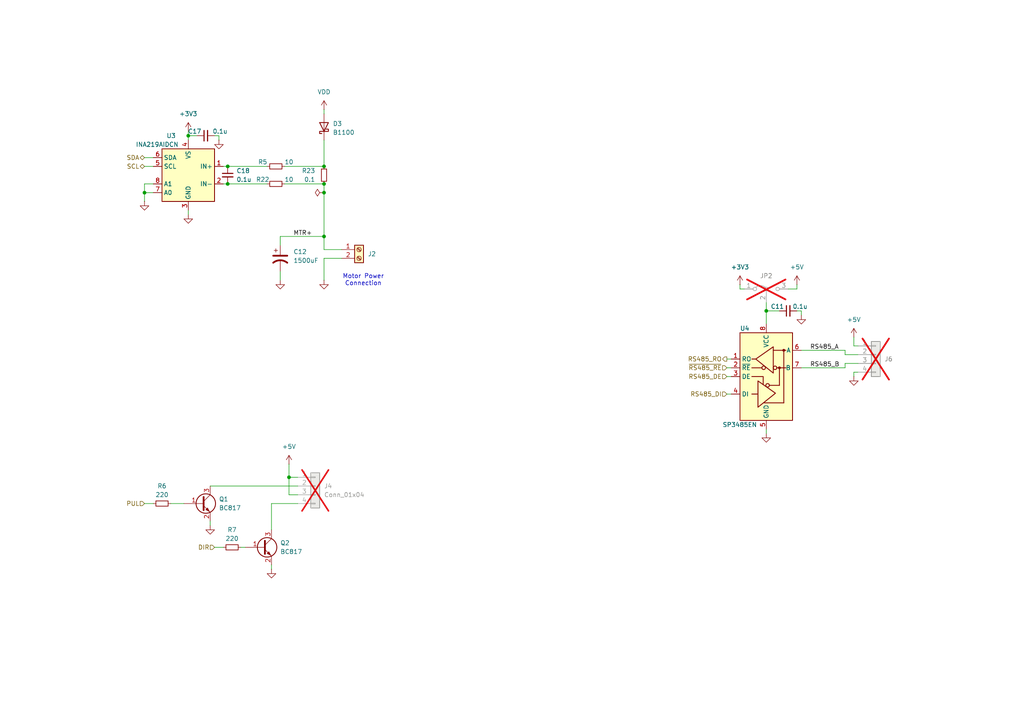
<source format=kicad_sch>
(kicad_sch (version 20231120) (generator "eeschema") (generator_version "8.0")
  (paper "A4")
  (title_block (title "OSSM!") (date "2024-08-21") (rev "V3.0 Beta 1") (company "Research & Desire"))
  (lib_symbols
    (symbol "Connector:Screw_Terminal_01x02" (pin_names (offset 1.016) hide)
      (property "Reference" "J" (at 0 2.54 0))
      (property "Value" "Screw_Terminal_01x02" (at 0 -5.08 0))
      (symbol "Screw_Terminal_01x02_1_1"
        (rectangle (start -1.27 1.27) (end 1.27 -3.81) (stroke (width 0.254)) (fill (type background)))
        (circle (center 0 -2.54) (radius 0.635) (stroke (width 0.1524)))
        (polyline (pts (xy -0.5334 -2.2098) (xy 0.3302 -3.048)) (stroke (width 0.1524)))
        (polyline (pts (xy -0.5334 0.3302) (xy 0.3302 -0.508)) (stroke (width 0.1524)))
        (polyline (pts (xy -0.3556 -2.032) (xy 0.508 -2.8702)) (stroke (width 0.1524)))
        (polyline (pts (xy -0.3556 0.508) (xy 0.508 -0.3302)) (stroke (width 0.1524)))
        (circle (center 0 0) (radius 0.635) (stroke (width 0.1524)))
        (pin passive line (at -5.08 0 0) (length 3.81) (name "Pin_1") (number "1"))
        (pin passive line (at -5.08 -2.54 0) (length 3.81) (name "Pin_2") (number "2"))
      )
    )
    (symbol "Connector_Generic:Conn_01x04" (pin_names (offset 1.016) hide)
      (property "Reference" "J" (at 0 5.08 0))
      (property "Value" "Conn_01x04" (at 0 -7.62 0))
      (symbol "Conn_01x04_1_1"
        (rectangle (start -1.27 -4.953) (end 0 -5.207) (stroke (width 0.1524)))
        (rectangle (start -1.27 -2.413) (end 0 -2.667) (stroke (width 0.1524)))
        (rectangle (start -1.27 0.127) (end 0 -0.127) (stroke (width 0.1524)))
        (rectangle (start -1.27 2.667) (end 0 2.413) (stroke (width 0.1524)))
        (rectangle (start -1.27 3.81) (end 1.27 -6.35) (stroke (width 0.254)) (fill (type background)))
        (pin passive line (at -5.08 2.54 0) (length 3.81) (name "Pin_1") (number "1"))
        (pin passive line (at -5.08 0 0) (length 3.81) (name "Pin_2") (number "2"))
        (pin passive line (at -5.08 -2.54 0) (length 3.81) (name "Pin_3") (number "3"))
        (pin passive line (at -5.08 -5.08 0) (length 3.81) (name "Pin_4") (number "4"))
      )
    )
    (symbol "Device:C_Polarized_US" (pin_numbers hide) (pin_names (offset 0.254) hide)
      (property "Reference" "C" (at 0.635 2.54 0))
      (property "Value" "C_Polarized_US" (at 0.635 -2.54 0))
      (symbol "C_Polarized_US_0_1"
        (polyline (pts (xy -2.032 0.762) (xy 2.032 0.762)) (stroke (width 0.508)))
        (polyline (pts (xy -1.778 2.286) (xy -0.762 2.286)))
        (polyline (pts (xy -1.27 1.778) (xy -1.27 2.794)))
        (arc (start 2.032 -1.27) (mid 0 -0.5572) (end -2.032 -1.27) (stroke (width 0.508)))
      )
      (symbol "C_Polarized_US_1_1"
        (pin passive line (at 0 3.81 270) (length 2.794) (name "~") (number "1"))
        (pin passive line (at 0 -3.81 90) (length 3.302) (name "~") (number "2"))
      )
    )
    (symbol "Device:C_Small" (pin_numbers hide) (pin_names (offset 0.254) hide)
      (property "Reference" "C" (at 0.254 1.778 0))
      (property "Value" "C_Small" (at 0.254 -2.032 0))
      (symbol "C_Small_0_1"
        (polyline (pts (xy -1.524 -0.508) (xy 1.524 -0.508)) (stroke (width 0.3302)))
        (polyline (pts (xy -1.524 0.508) (xy 1.524 0.508)) (stroke (width 0.3048)))
      )
      (symbol "C_Small_1_1"
        (pin passive line (at 0 2.54 270) (length 2.032) (name "~") (number "1"))
        (pin passive line (at 0 -2.54 90) (length 2.032) (name "~") (number "2"))
      )
    )
    (symbol "Device:D_Schottky" (pin_numbers hide) (pin_names (offset 1.016) hide)
      (property "Reference" "D" (at 0 2.54 0))
      (property "Value" "D_Schottky" (at 0 -2.54 0))
      (symbol "D_Schottky_0_1"
        (polyline (pts (xy 1.27 0) (xy -1.27 0)))
        (polyline (pts (xy 1.27 1.27) (xy 1.27 -1.27) (xy -1.27 0) (xy 1.27 1.27)) (stroke (width 0.254)))
        (polyline (pts (xy -1.905 0.635) (xy -1.905 1.27) (xy -1.27 1.27) (xy -1.27 -1.27) (xy -0.635 -1.27) (xy -0.635 -0.635)) (stroke (width 0.254)))
      )
      (symbol "D_Schottky_1_1"
        (pin passive line (at -3.81 0 0) (length 2.54) (name "K") (number "1"))
        (pin passive line (at 3.81 0 180) (length 2.54) (name "A") (number "2"))
      )
    )
    (symbol "Device:Q_NPN_BEC" (pin_names (offset 0) hide)
      (property "Reference" "Q" (at 5.08 1.27 0))
      (property "Value" "Q_NPN_BEC" (at 5.08 -1.27 0))
      (symbol "Q_NPN_BEC_0_1"
        (polyline (pts (xy 0.635 0.635) (xy 2.54 2.54)))
        (polyline (pts (xy 0.635 -0.635) (xy 2.54 -2.54) (xy 2.54 -2.54)))
        (polyline (pts (xy 0.635 1.905) (xy 0.635 -1.905) (xy 0.635 -1.905)) (stroke (width 0.508)))
        (polyline (pts (xy 1.27 -1.778) (xy 1.778 -1.27) (xy 2.286 -2.286) (xy 1.27 -1.778) (xy 1.27 -1.778)) (fill (type outline)))
        (circle (center 1.27 0) (radius 2.8194) (stroke (width 0.254)))
      )
      (symbol "Q_NPN_BEC_1_1"
        (pin input line (at -5.08 0 0) (length 5.715) (name "B") (number "1"))
        (pin passive line (at 2.54 -5.08 90) (length 2.54) (name "E") (number "2"))
        (pin passive line (at 2.54 5.08 270) (length 2.54) (name "C") (number "3"))
      )
    )
    (symbol "Device:R_Small" (pin_numbers hide) (pin_names (offset 0.254) hide)
      (property "Reference" "R" (at 0.762 0.508 0))
      (property "Value" "R_Small" (at 0.762 -1.016 0))
      (symbol "R_Small_0_1"
        (rectangle (start -0.762 1.778) (end 0.762 -1.778) (stroke (width 0.2032)))
      )
      (symbol "R_Small_1_1"
        (pin passive line (at 0 2.54 270) (length 0.762) (name "~") (number "1"))
        (pin passive line (at 0 -2.54 90) (length 0.762) (name "~") (number "2"))
      )
    )
    (symbol "Interface_UART:SP3485EN"
      (property "Reference" "U" (at -7.62 13.97 0))
      (property "Value" "SP3485EN" (at 1.905 13.97 0))
      (symbol "SP3485EN_0_1"
        (rectangle (start -7.62 12.7) (end 7.62 -12.7) (stroke (width 0.254)) (fill (type background)))
        (polyline (pts (xy -4.191 2.54) (xy -1.27 2.54)) (stroke (width 0.254)))
        (polyline (pts (xy -2.54 -5.08) (xy -4.191 -5.08)) (stroke (width 0.254)))
        (polyline (pts (xy -0.635 -7.62) (xy 5.08 -7.62)) (stroke (width 0.254)))
        (polyline (pts (xy 0.889 -2.54) (xy 3.81 -2.54)) (stroke (width 0.254)))
        (polyline (pts (xy 2.032 7.62) (xy 5.715 7.62)) (stroke (width 0.254)))
        (polyline (pts (xy 3.048 2.54) (xy 5.715 2.54)) (stroke (width 0.254)))
        (polyline (pts (xy 3.81 -2.54) (xy 3.81 2.54)) (stroke (width 0.254)))
        (polyline (pts (xy 5.08 -7.62) (xy 5.08 7.62)) (stroke (width 0.254)))
        (polyline (pts (xy -4.191 0) (xy -0.889 0) (xy -0.889 -2.286)) (stroke (width 0.254)))
        (polyline (pts (xy -3.175 5.08) (xy -4.191 5.08) (xy -4.064 5.08)) (stroke (width 0.254)))
        (polyline (pts (xy -2.413 -5.08) (xy -2.413 -1.27) (xy 2.667 -4.826) (xy -2.413 -8.89) (xy -2.413 -5.08)) (stroke (width 0.254)))
        (circle (center 0.381 -2.54) (radius 0.508) (stroke (width 0.254)))
        (circle (center 3.81 2.54) (radius 0.2794) (stroke (width 0.254)) (fill (type outline)))
      )
      (symbol "SP3485EN_1_1"
        (circle (center -0.762 2.54) (radius 0.508) (stroke (width 0.254)))
        (polyline (pts (xy 2.032 4.826) (xy 2.032 8.636) (xy -3.048 5.08) (xy 2.032 1.016) (xy 2.032 4.826)) (stroke (width 0.254)))
        (circle (center 2.54 2.54) (radius 0.508) (stroke (width 0.254)))
        (circle (center 5.08 7.62) (radius 0.2794) (stroke (width 0.254)) (fill (type outline)))
        (pin output line (at -10.16 5.08 0) (length 2.54) (name "RO") (number "1"))
        (pin input line (at -10.16 2.54 0) (length 2.54) (name "~{RE}") (number "2"))
        (pin input line (at -10.16 0 0) (length 2.54) (name "DE") (number "3"))
        (pin input line (at -10.16 -5.08 0) (length 2.54) (name "DI") (number "4"))
        (pin power_in line (at 0 -15.24 90) (length 2.54) (name "GND") (number "5"))
        (pin bidirectional line (at 10.16 7.62 180) (length 2.54) (name "A") (number "6"))
        (pin bidirectional line (at 10.16 2.54 180) (length 2.54) (name "B") (number "7"))
        (pin power_in line (at 0 15.24 270) (length 2.54) (name "VCC") (number "8"))
      )
    )
    (symbol "Jumper:Jumper_3_Bridged12" (pin_names (offset 0) hide) (exclude_from_sim yes) (in_bom no)
      (property "Reference" "JP" (at -2.54 -2.54 0))
      (property "Value" "Jumper_3_Bridged12" (at 0 2.794 0))
      (symbol "Jumper_3_Bridged12_0_0"
        (circle (center -3.302 0) (radius 0.508))
        (circle (center 0 0) (radius 0.508))
        (circle (center 3.302 0) (radius 0.508))
      )
      (symbol "Jumper_3_Bridged12_0_1"
        (arc (start -0.254 0.508) (mid -1.651 0.9912) (end -3.048 0.508))
        (polyline (pts (xy 0 -1.27) (xy 0 -0.508)))
      )
      (symbol "Jumper_3_Bridged12_1_1"
        (pin passive line (at -6.35 0 0) (length 2.54) (name "A") (number "1"))
        (pin passive line (at 0 -3.81 90) (length 2.54) (name "C") (number "2"))
        (pin passive line (at 6.35 0 180) (length 2.54) (name "B") (number "3"))
      )
    )
    (symbol "Sensor_Energy:INA219AxDCN"
      (property "Reference" "U" (at -6.35 8.89 0))
      (property "Value" "INA219AxDCN" (at 6.35 8.89 0))
      (symbol "INA219AxDCN_0_1"
        (rectangle (start -7.62 7.62) (end 7.62 -7.62) (stroke (width 0.254)) (fill (type background)))
      )
      (symbol "INA219AxDCN_1_1"
        (pin input line (at -10.16 2.54 0) (length 2.54) (name "IN+") (number "1"))
        (pin input line (at -10.16 -2.54 0) (length 2.54) (name "IN-") (number "2"))
        (pin power_in line (at 0 -10.16 90) (length 2.54) (name "GND") (number "3"))
        (pin power_in line (at 0 10.16 270) (length 2.54) (name "VS") (number "4"))
        (pin input line (at 10.16 2.54 180) (length 2.54) (name "SCL") (number "5"))
        (pin bidirectional line (at 10.16 5.08 180) (length 2.54) (name "SDA") (number "6"))
        (pin input line (at 10.16 -5.08 180) (length 2.54) (name "A0") (number "7"))
        (pin input line (at 10.16 -2.54 180) (length 2.54) (name "A1") (number "8"))
      )
    )
    (symbol "power:+3V3" (power) (pin_numbers hide) (pin_names (offset 0) hide)
      (property "Value" "+3V3" (at 0 3.556 0))
      (symbol "+3V3_0_1"
        (polyline (pts (xy -0.762 1.27) (xy 0 2.54)))
        (polyline (pts (xy 0 0) (xy 0 2.54)))
        (polyline (pts (xy 0 2.54) (xy 0.762 1.27)))
      )
      (symbol "+3V3_1_1"
        (pin power_in line (at 0 0 90) (length 0) (name "~") (number "1"))
      )
    )
    (symbol "power:+5V" (power) (pin_numbers hide) (pin_names (offset 0) hide)
      (property "Value" "+5V" (at 0 3.556 0))
      (symbol "+5V_0_1"
        (polyline (pts (xy -0.762 1.27) (xy 0 2.54)))
        (polyline (pts (xy 0 0) (xy 0 2.54)))
        (polyline (pts (xy 0 2.54) (xy 0.762 1.27)))
      )
      (symbol "+5V_1_1"
        (pin power_in line (at 0 0 90) (length 0) (name "~") (number "1"))
      )
    )
    (symbol "power:GND" (power) (pin_numbers hide) (pin_names (offset 0) hide)
      (property "Value" "GND" (at 0 -3.81 0))
      (symbol "GND_0_1"
        (polyline (pts (xy 0 0) (xy 0 -1.27) (xy 1.27 -1.27) (xy 0 -2.54) (xy -1.27 -1.27) (xy 0 -1.27)))
      )
      (symbol "GND_1_1"
        (pin power_in line (at 0 0 270) (length 0) (name "~") (number "1"))
      )
    )
    (symbol "power:PWR_FLAG" (power) (pin_numbers hide) (pin_names (offset 0) hide)
      (property "Value" "PWR_FLAG" (at 0 3.81 0))
      (symbol "PWR_FLAG_0_0"
        (pin power_out line (at 0 0 90) (length 0) (name "~") (number "1"))
      )
      (symbol "PWR_FLAG_0_1"
        (polyline (pts (xy 0 0) (xy 0 1.27) (xy -1.016 1.905) (xy 0 2.54) (xy 1.016 1.905) (xy 0 1.27)))
      )
    )
    (symbol "power:VDD" (power) (pin_numbers hide) (pin_names (offset 0) hide)
      (property "Value" "VDD" (at 0 3.556 0))
      (symbol "VDD_0_1"
        (polyline (pts (xy -0.762 1.27) (xy 0 2.54)))
        (polyline (pts (xy 0 0) (xy 0 2.54)))
        (polyline (pts (xy 0 2.54) (xy 0.762 1.27)))
      )
      (symbol "VDD_1_1"
        (pin power_in line (at 0 0 90) (length 0) (name "~") (number "1"))
      )
    )
  )
  (junction (at 93.98 55.88))
  (junction (at 66.04 48.26))
  (junction (at 93.98 68.58))
  (junction (at 222.25 90.17))
  (junction (at 66.04 53.34))
  (junction (at 93.98 48.26))
  (junction (at 93.98 53.34))
  (junction (at 41.91 55.88))
  (junction (at 54.61 39.37))
  (junction (at 83.82 138.43))
  (wire (pts (xy 93.98 55.88) (xy 93.98 68.58)))
  (wire (pts (xy 64.77 53.34) (xy 66.04 53.34)))
  (wire (pts (xy 222.25 87.63) (xy 222.25 90.17)))
  (wire (pts (xy 41.91 55.88) (xy 44.45 55.88)))
  (wire (pts (xy 247.65 109.22) (xy 247.65 107.95)))
  (wire (pts (xy 78.74 153.67) (xy 78.74 146.05)))
  (wire (pts (xy 81.28 68.58) (xy 81.28 71.12)))
  (wire (pts (xy 49.53 146.05) (xy 53.34 146.05)))
  (wire (pts (xy 222.25 124.46) (xy 222.25 125.73)))
  (wire (pts (xy 78.74 146.05) (xy 86.36 146.05)))
  (wire (pts (xy 210.82 104.14) (xy 212.09 104.14)))
  (wire (pts (xy 83.82 138.43) (xy 83.82 143.51)))
  (wire (pts (xy 93.98 48.26) (xy 93.98 40.64)))
  (wire (pts (xy 62.23 158.75) (xy 64.77 158.75)))
  (wire (pts (xy 63.5 39.37) (xy 62.23 39.37)))
  (wire (pts (xy 245.11 106.68) (xy 232.41 106.68)))
  (wire (pts (xy 41.91 48.26) (xy 44.45 48.26)))
  (wire (pts (xy 60.96 151.13) (xy 60.96 152.4)))
  (wire (pts (xy 247.65 107.95) (xy 248.92 107.95)))
  (wire (pts (xy 81.28 78.74) (xy 81.28 81.28)))
  (wire (pts (xy 245.11 105.41) (xy 245.11 106.68)))
  (wire (pts (xy 60.96 140.97) (xy 86.36 140.97)))
  (wire (pts (xy 83.82 134.62) (xy 83.82 138.43)))
  (wire (pts (xy 222.25 90.17) (xy 222.25 93.98)))
  (wire (pts (xy 41.91 45.72) (xy 44.45 45.72)))
  (wire (pts (xy 54.61 39.37) (xy 57.15 39.37)))
  (wire (pts (xy 214.63 83.82) (xy 215.9 83.82)))
  (wire (pts (xy 93.98 68.58) (xy 81.28 68.58)))
  (wire (pts (xy 247.65 100.33) (xy 248.92 100.33)))
  (wire (pts (xy 232.41 90.17) (xy 232.41 91.44)))
  (wire (pts (xy 222.25 90.17) (xy 226.06 90.17)))
  (wire (pts (xy 82.55 53.34) (xy 93.98 53.34)))
  (wire (pts (xy 54.61 39.37) (xy 54.61 40.64)))
  (wire (pts (xy 63.5 40.64) (xy 63.5 39.37)))
  (wire (pts (xy 232.41 101.6) (xy 245.11 101.6)))
  (wire (pts (xy 93.98 31.75) (xy 93.98 33.02)))
  (wire (pts (xy 231.14 83.82) (xy 231.14 82.55)))
  (wire (pts (xy 214.63 82.55) (xy 214.63 83.82)))
  (wire (pts (xy 64.77 48.26) (xy 66.04 48.26)))
  (wire (pts (xy 93.98 74.93) (xy 99.06 74.93)))
  (wire (pts (xy 248.92 105.41) (xy 245.11 105.41)))
  (wire (pts (xy 93.98 53.34) (xy 93.98 55.88)))
  (wire (pts (xy 93.98 81.28) (xy 93.98 74.93)))
  (wire (pts (xy 210.82 106.68) (xy 212.09 106.68)))
  (wire (pts (xy 245.11 101.6) (xy 245.11 102.87)))
  (wire (pts (xy 99.06 72.39) (xy 93.98 72.39)))
  (wire (pts (xy 41.91 58.42) (xy 41.91 55.88)))
  (wire (pts (xy 69.85 158.75) (xy 71.12 158.75)))
  (wire (pts (xy 93.98 72.39) (xy 93.98 68.58)))
  (wire (pts (xy 78.74 163.83) (xy 78.74 165.1)))
  (wire (pts (xy 247.65 97.79) (xy 247.65 100.33)))
  (wire (pts (xy 245.11 102.87) (xy 248.92 102.87)))
  (wire (pts (xy 66.04 53.34) (xy 77.47 53.34)))
  (wire (pts (xy 231.14 90.17) (xy 232.41 90.17)))
  (wire (pts (xy 41.91 53.34) (xy 44.45 53.34)))
  (wire (pts (xy 54.61 38.1) (xy 54.61 39.37)))
  (wire (pts (xy 66.04 48.26) (xy 77.47 48.26)))
  (wire (pts (xy 210.82 109.22) (xy 212.09 109.22)))
  (wire (pts (xy 82.55 48.26) (xy 93.98 48.26)))
  (wire (pts (xy 228.6 83.82) (xy 231.14 83.82)))
  (wire (pts (xy 83.82 138.43) (xy 86.36 138.43)))
  (wire (pts (xy 41.91 55.88) (xy 41.91 53.34)))
  (wire (pts (xy 83.82 143.51) (xy 86.36 143.51)))
  (wire (pts (xy 41.91 146.05) (xy 44.45 146.05)))
  (wire (pts (xy 210.82 114.3) (xy 212.09 114.3)))
  (wire (pts (xy 54.61 60.96) (xy 54.61 62.23)))
  (text "Motor Power\nConnection" (at 105.3795 81.2745 0) (effects (font (size 1.27 1.27))))
  (label "RS485_B" (at 234.95 106.68 0))
  (label "RS485_A" (at 234.95 101.6 0))
  (label "MTR+" (at 85.09 68.58 0))
  (hierarchical_label "DIR" (shape input) (at 62.23 158.75 180))
  (hierarchical_label "PUL" (shape input) (at 41.91 146.05 180))
  (hierarchical_label "SDA" (shape bidirectional) (at 41.91 45.72 180))
  (hierarchical_label "RS485_DI" (shape input) (at 210.82 114.3 180))
  (hierarchical_label "~{RS485_RE}" (shape input) (at 210.82 106.68 180))
  (hierarchical_label "SCL" (shape bidirectional) (at 41.91 48.26 180))
  (hierarchical_label "RS485_RO" (shape output) (at 210.82 104.14 180))
  (hierarchical_label "RS485_DE" (shape input) (at 210.82 109.22 180))
  (symbol (lib_id "Device:R_Small") (at 46.99 146.05 90) (unit 1)
    (property "Reference" "R6" (at 46.99 140.97 90))
    (property "Value" "220" (at 46.99 143.51 90))
    (property "Footprint" "Resistor_SMD:R_0402_1005Metric" (effects (hide yes)))
    (property "Description" "Resistor, small symbol" (effects (hide yes)))
    (property "MPN" "C112291" (effects (hide yes)))
  )
  (symbol (lib_id "Device:R_Small") (at 67.31 158.75 90) (unit 1)
    (property "Reference" "R7" (at 67.31 153.67 90))
    (property "Value" "220" (at 67.31 156.21 90))
    (property "Footprint" "Resistor_SMD:R_0402_1005Metric" (effects (hide yes)))
    (property "Description" "Resistor, small symbol" (effects (hide yes)))
    (property "MPN" "C112291" (effects (hide yes)))
  )
  (symbol (lib_id "Connector_Generic:Conn_01x04") (at 91.44 140.97 0) (unit 1) (in_bom no) (dnp yes)
    (property "Reference" "J4" (at 93.98 140.9699 0) (effects (justify left)))
    (property "Value" "Conn_01x04" (at 93.98 143.5099 0) (effects (justify left)))
    (property "Footprint" "Connector_Molex:Molex_Micro-Fit_3.0_43650-0400_1x04_P3.00mm_Horizontal" (effects (hide yes)))
    (property "Description" "Generic connector, single row, 01x04, script generated (kicad-library-utils/schlib/autogen/connector/)" (effects (hide yes)))
  )
  (symbol (lib_id "power:GND") (at 60.96 152.4 0) (unit 1)
    (property "Reference" "#PWR022" (effects (hide yes)))
    (property "Value" "GND" (effects (hide yes)))
    (property "Description" "Power symbol creates a global label with name \"GND\" , ground" (effects (hide yes)))
  )
  (symbol (lib_id "power:GND") (at 222.25 125.73 0) (unit 1)
    (property "Reference" "#PWR051" (effects (hide yes)))
    (property "Value" "GND" (effects (hide yes)))
    (property "Description" "Power symbol creates a global label with name \"GND\" , ground" (effects (hide yes)))
  )
  (symbol (lib_id "power:+3V3") (at 54.61 38.1 0) (unit 1)
    (property "Reference" "#PWR058" (effects (hide yes)))
    (property "Value" "+3V3" (at 54.61 33.02 0))
    (property "Description" "Power symbol creates a global label with name \"+3V3\"" (effects (hide yes)))
  )
  (symbol (lib_id "power:+5V") (at 247.65 97.79 0) (unit 1)
    (property "Reference" "#PWR049" (effects (hide yes)))
    (property "Value" "+5V" (at 247.65 92.71 0))
    (property "Description" "Power symbol creates a global label with name \"+5V\"" (effects (hide yes)))
  )
  (symbol (lib_id "power:+5V") (at 83.82 134.62 0) (unit 1)
    (property "Reference" "#PWR020" (effects (hide yes)))
    (property "Value" "+5V" (at 83.82 129.54 0))
    (property "Description" "Power symbol creates a global label with name \"+5V\"" (effects (hide yes)))
  )
  (symbol (lib_id "Device:C_Polarized_US") (at 81.28 74.93 0) (unit 1)
    (property "Reference" "C12" (at 85.09 73.0249 0) (effects (justify left)))
    (property "Value" "1500uF" (at 85.09 75.5649 0) (effects (justify left)))
    (property "Footprint" "OSSM_parts:CP_Radial_D12.5mm_P5.00mm_L25mm" (effects (hide yes)))
    (property "Datasheet" "https://www.lcsc.com/datasheet/lcsc_datasheet_2108071730_AISHI-Aihua-Group-EWH1VM152W25OT_C2832301.pdf" (effects (hide yes)))
    (property "Description" "Polarized capacitor, US symbol" (effects (hide yes)))
    (property "MPN" "C2832301" (effects (hide yes)))
  )
  (symbol (lib_id "power:GND") (at 247.65 109.22 0) (unit 1)
    (property "Reference" "#PWR050" (effects (hide yes)))
    (property "Value" "GND" (effects (hide yes)))
    (property "Description" "Power symbol creates a global label with name \"GND\" , ground" (effects (hide yes)))
  )
  (symbol (lib_id "Device:D_Schottky") (at 93.98 36.83 90) (unit 1)
    (property "Reference" "D3" (at 96.52 35.8774 90) (effects (justify right)))
    (property "Value" "B1100" (at 96.52 38.4174 90) (effects (justify right)))
    (property "Footprint" "Diode_SMD:D_SMA" (effects (hide yes)))
    (property "Datasheet" "https://wmsc.lcsc.com/wmsc/upload/file/pdf/v2/lcsc/2304140030_Diodes-Incorporated-B1100-13-F_C110106.pdf" (effects (hide yes)))
    (property "Description" "Schottky diode" (effects (hide yes)))
    (property "MPN" "C110106" (effects (hide yes)))
  )
  (symbol (lib_id "Device:R_Small") (at 93.98 50.8 0) (mirror x) (unit 1)
    (property "Reference" "R23" (at 91.44 49.5299 0) (effects (justify right)))
    (property "Value" "0.1" (at 91.44 52.0699 0) (effects (justify right)))
    (property "Footprint" "Resistor_SMD:R_0603_1608Metric" (effects (hide yes)))
    (property "Description" "Resistor, small symbol" (effects (hide yes)))
    (property "MPN" "C111027" (effects (hide yes)))
  )
  (symbol (lib_id "power:GND") (at 78.74 165.1 0) (unit 1)
    (property "Reference" "#PWR023" (effects (hide yes)))
    (property "Value" "GND" (effects (hide yes)))
    (property "Description" "Power symbol creates a global label with name \"GND\" , ground" (effects (hide yes)))
  )
  (symbol (lib_id "power:GND") (at 81.28 81.28 0) (unit 1)
    (property "Reference" "#PWR035" (effects (hide yes)))
    (property "Value" "GND" (effects (hide yes)))
    (property "Description" "Power symbol creates a global label with name \"GND\" , ground" (effects (hide yes)))
  )
  (symbol (lib_id "Connector:Screw_Terminal_01x02") (at 104.14 72.39 0) (unit 1)
    (property "Reference" "J2" (at 106.68 73.6599 0) (effects (justify left)))
    (property "Value" "Screw_Terminal_01x02" (effects (hide yes)))
    (property "Footprint" "TerminalBlock_Phoenix:TerminalBlock_Phoenix_MKDS-1,5-2_1x02_P5.00mm_Horizontal" (effects (hide yes)))
    (property "Datasheet" "https://www.lcsc.com/datasheet/lcsc_datasheet_1912251632_Ningbo-Kangnex-Elec-WJ128V-5-0-2P_C8269.pdf" (effects (hide yes)))
    (property "Description" "Generic screw terminal, single row, 01x02, script generated (kicad-library-utils/schlib/autogen/connector/)" (effects (hide yes)))
    (property "MPN" "C8269" (effects (hide yes)))
  )
  (symbol (lib_id "power:GND") (at 63.5 40.64 0) (unit 1)
    (property "Reference" "#PWR060" (effects (hide yes)))
    (property "Value" "GND" (effects (hide yes)))
    (property "Description" "Power symbol creates a global label with name \"GND\" , ground" (effects (hide yes)))
  )
  (symbol (lib_id "Device:R_Small") (at 80.01 53.34 270) (mirror x) (unit 1)
    (property "Reference" "R22" (at 76.2 52.07 90))
    (property "Value" "10" (at 83.82 52.07 90))
    (property "Footprint" "Resistor_SMD:R_0402_1005Metric" (effects (hide yes)))
    (property "Description" "Resistor, small symbol" (effects (hide yes)))
    (property "MPN" "C25077" (effects (hide yes)))
  )
  (symbol (lib_id "Sensor_Energy:INA219AxDCN") (at 54.61 50.8 0) (mirror y) (unit 1)
    (property "Reference" "U3" (at 48.26 39.37 0) (effects (justify right)))
    (property "Value" "INA219AIDCN" (at 39.37 41.91 0) (effects (justify right)))
    (property "Footprint" "Package_TO_SOT_SMD:SOT-23-8" (effects (hide yes)))
    (property "Datasheet" "http://www.ti.com/lit/ds/symlink/ina219.pdf" (effects (hide yes)))
    (property "Description" "Zero-Drift, Bidirectional Current/Power Monitor (0-26V) With I2C Interface, SOT-23-8" (effects (hide yes)))
    (property "MPN" "C87469" (effects (hide yes)))
  )
  (symbol (lib_id "power:+3V3") (at 214.63 82.55 0) (unit 1)
    (property "Reference" "#PWR047" (effects (hide yes)))
    (property "Value" "+3V3" (at 214.63 77.47 0))
    (property "Description" "Power symbol creates a global label with name \"+3V3\"" (effects (hide yes)))
  )
  (symbol (lib_id "Device:C_Small") (at 59.69 39.37 90) (unit 1)
    (property "Reference" "C17" (at 58.42 38.1 90) (effects (justify left)))
    (property "Value" "0.1u" (at 66.04 38.1 90) (effects (justify left)))
    (property "Footprint" "Capacitor_SMD:C_0402_1005Metric" (effects (hide yes)))
    (property "Datasheet" "https://www.lcsc.com/datasheet/lcsc_datasheet_2304140030_FH--Guangdong-Fenghua-Advanced-Tech-0402B104K250NT_C56392.pdf" (effects (hide yes)))
    (property "Description" "Unpolarized capacitor, small symbol" (effects (hide yes)))
    (property "MPN" "C56392" (effects (hide yes)))
  )
  (symbol (lib_id "Connector_Generic:Conn_01x04") (at 254 102.87 0) (unit 1) (in_bom no) (dnp yes)
    (property "Reference" "J6" (at 256.54 104.1399 0) (effects (justify left)))
    (property "Value" "Conn_01x04" (effects (hide yes)))
    (property "Footprint" "Connector_PinSocket_2.54mm:PinSocket_1x04_P2.54mm_Vertical" (effects (hide yes)))
    (property "Description" "Generic connector, single row, 01x04, script generated (kicad-library-utils/schlib/autogen/connector/)" (effects (hide yes)))
  )
  (symbol (lib_id "power:GND") (at 232.41 91.44 0) (unit 1)
    (property "Reference" "#PWR048" (effects (hide yes)))
    (property "Value" "GND" (effects (hide yes)))
    (property "Description" "Power symbol creates a global label with name \"GND\" , ground" (effects (hide yes)))
  )
  (symbol (lib_id "power:VDD") (at 93.98 31.75 0) (unit 1)
    (property "Reference" "#PWR024" (effects (hide yes)))
    (property "Value" "VDD" (at 93.98 26.67 0))
    (property "Description" "Power symbol creates a global label with name \"VDD\"" (effects (hide yes)))
  )
  (symbol (lib_id "Device:Q_NPN_BEC") (at 58.42 146.05 0) (unit 1)
    (property "Reference" "Q1" (at 63.5 144.7799 0) (effects (justify left)))
    (property "Value" "BC817" (at 63.5 147.3199 0) (effects (justify left)))
    (property "Footprint" "Package_TO_SOT_SMD:SOT-23" (effects (hide yes)))
    (property "Datasheet" "https://www.lcsc.com/datasheet/lcsc_datasheet_2407241033_Nexperia-BC817-40-215_C52801.pdf" (effects (hide yes)))
    (property "Description" "NPN transistor, base/emitter/collector" (effects (hide yes)))
    (property "MPN" "C52801" (effects (hide yes)))
  )
  (symbol (lib_id "Device:C_Small") (at 228.6 90.17 90) (unit 1)
    (property "Reference" "C11" (at 223.52 88.9 90) (effects (justify right)))
    (property "Value" "0.1u" (at 229.87 88.9 90) (effects (justify right)))
    (property "Footprint" "Capacitor_SMD:C_0402_1005Metric" (effects (hide yes)))
    (property "Datasheet" "https://www.lcsc.com/datasheet/lcsc_datasheet_2304140030_FH--Guangdong-Fenghua-Advanced-Tech-0402B104K250NT_C56392.pdf" (effects (hide yes)))
    (property "Description" "Unpolarized capacitor, small symbol" (effects (hide yes)))
    (property "MPN" "C56392" (effects (hide yes)))
  )
  (symbol (lib_id "Device:Q_NPN_BEC") (at 76.2 158.75 0) (unit 1)
    (property "Reference" "Q2" (at 81.28 157.4799 0) (effects (justify left)))
    (property "Value" "BC817" (at 81.28 160.0199 0) (effects (justify left)))
    (property "Footprint" "Package_TO_SOT_SMD:SOT-23" (effects (hide yes)))
    (property "Datasheet" "https://www.lcsc.com/datasheet/lcsc_datasheet_2407241033_Nexperia-BC817-40-215_C52801.pdf" (effects (hide yes)))
    (property "Description" "NPN transistor, base/emitter/collector" (effects (hide yes)))
    (property "MPN" "C52801" (effects (hide yes)))
  )
  (symbol (lib_id "Interface_UART:SP3485EN") (at 222.25 109.22 0) (unit 1)
    (property "Reference" "U4" (at 214.63 95.25 0) (effects (justify left)))
    (property "Value" "SP3485EN" (at 209.55 123.19 0) (effects (justify left)))
    (property "Footprint" "Package_SO:SOIC-8_3.9x4.9mm_P1.27mm" (effects (hide yes)))
    (property "Datasheet" "https://wmsc.lcsc.com/wmsc/upload/file/pdf/v2/lcsc/2304140030_MaxLinear-SP3485EN-L-TR_C8963.pdf" (effects (hide yes)))
    (property "Description" "Industrial 3.3V Low Power Half-Duplex RS-485 Transceiver 10Mbps, SOIC-8" (effects (hide yes)))
    (property "MPN" "C8963" (effects (hide yes)))
  )
  (symbol (lib_id "power:GND") (at 93.98 81.28 0) (unit 1)
    (property "Reference" "#PWR026" (effects (hide yes)))
    (property "Value" "GND" (effects (hide yes)))
    (property "Description" "Power symbol creates a global label with name \"GND\" , ground" (effects (hide yes)))
  )
  (symbol (lib_id "Device:C_Small") (at 66.04 50.8 0) (unit 1)
    (property "Reference" "C18" (at 68.58 49.5362 0) (effects (justify left)))
    (property "Value" "0.1u" (at 68.58 52.0762 0) (effects (justify left)))
    (property "Footprint" "Capacitor_SMD:C_0402_1005Metric" (effects (hide yes)))
    (property "Datasheet" "https://www.lcsc.com/datasheet/lcsc_datasheet_2304140030_FH--Guangdong-Fenghua-Advanced-Tech-0402B104K250NT_C56392.pdf" (effects (hide yes)))
    (property "Description" "Unpolarized capacitor, small symbol" (effects (hide yes)))
    (property "MPN" "C56392" (effects (hide yes)))
  )
  (symbol (lib_id "power:GND") (at 54.61 62.23 0) (unit 1)
    (property "Reference" "#PWR059" (effects (hide yes)))
    (property "Value" "GND" (effects (hide yes)))
    (property "Description" "Power symbol creates a global label with name \"GND\" , ground" (effects (hide yes)))
  )
  (symbol (lib_id "power:PWR_FLAG") (at 93.98 55.88 90) (unit 1)
    (property "Reference" "#FLG02" (effects (hide yes)))
    (property "Value" "PWR_FLAG" (effects (hide yes)))
    (property "Description" "Special symbol for telling ERC where power comes from" (effects (hide yes)))
  )
  (symbol (lib_id "Device:R_Small") (at 80.01 48.26 270) (mirror x) (unit 1)
    (property "Reference" "R5" (at 76.2 46.99 90))
    (property "Value" "10" (at 83.82 46.99 90))
    (property "Footprint" "Resistor_SMD:R_0402_1005Metric" (effects (hide yes)))
    (property "Description" "Resistor, small symbol" (effects (hide yes)))
    (property "MPN" "C25077" (effects (hide yes)))
  )
  (symbol (lib_id "power:+5V") (at 231.14 82.55 0) (unit 1)
    (property "Reference" "#PWR046" (effects (hide yes)))
    (property "Value" "+5V" (at 231.14 77.47 0))
    (property "Description" "Power symbol creates a global label with name \"+5V\"" (effects (hide yes)))
  )
  (symbol (lib_id "Jumper:Jumper_3_Bridged12") (at 222.25 83.82 0) (unit 1) (exclude_from_sim yes) (in_bom no) (dnp yes)
    (property "Reference" "JP2" (at 222.25 80.01 0))
    (property "Value" "Jumper_3_Bridged12" (effects (hide yes)))
    (property "Footprint" "Jumper:SolderJumper-3_P1.3mm_Bridged12_Pad1.0x1.5mm" (effects (hide yes)))
    (property "Description" "Jumper, 3-pole, pins 1+2 closed/bridged" (effects (hide yes)))
  )
  (symbol (lib_id "power:GND") (at 41.91 58.42 0) (unit 1)
    (property "Reference" "#PWR057" (effects (hide yes)))
    (property "Value" "GND" (effects (hide yes)))
    (property "Description" "Power symbol creates a global label with name \"GND\" , ground" (effects (hide yes)))
  )
)
</source>
